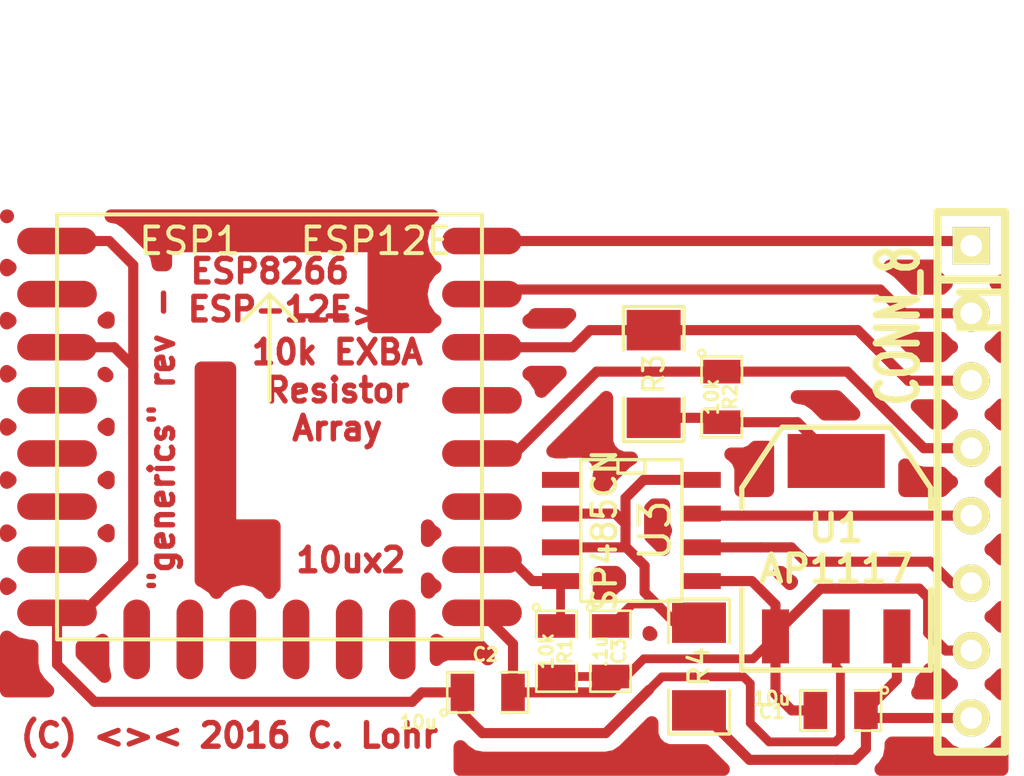
<source format=kicad_pcb>
(kicad_pcb (version 3) (host pcbnew "(2013-jul-07)-stable")

  (general
    (links 30)
    (no_connects 0)
    (area 0 0 0 0)
    (thickness 1.6)
    (drawings 5)
    (tracks 113)
    (zones 0)
    (modules 11)
    (nets 13)
  )

  (page User 139.7 139.7)
  (layers
    (15 F.Cu signal)
    (0 B.Cu signal)
    (16 B.Adhes user)
    (17 F.Adhes user)
    (18 B.Paste user)
    (19 F.Paste user)
    (20 B.SilkS user)
    (21 F.SilkS user)
    (22 B.Mask user)
    (23 F.Mask user)
    (24 Dwgs.User user)
    (25 Cmts.User user)
    (26 Eco1.User user)
    (27 Eco2.User user)
    (28 Edge.Cuts user)
  )

  (setup
    (last_trace_width 0.3302)
    (trace_clearance 0.3048)
    (zone_clearance 0.508)
    (zone_45_only no)
    (trace_min 0.254)
    (segment_width 0.2)
    (edge_width 0.15)
    (via_size 0.889)
    (via_drill 0.635)
    (via_min_size 0.889)
    (via_min_drill 0.508)
    (uvia_size 0.508)
    (uvia_drill 0.127)
    (uvias_allowed no)
    (uvia_min_size 0.508)
    (uvia_min_drill 0.127)
    (pcb_text_width 0.2032)
    (pcb_text_size 0.889 0.889)
    (mod_edge_width 0.15)
    (mod_text_size 1.5 1.5)
    (mod_text_width 0.15)
    (pad_size 1.524 1.524)
    (pad_drill 0.762)
    (pad_to_mask_clearance 0.2)
    (aux_axis_origin 0 0)
    (visible_elements FFFFFFBF)
    (pcbplotparams
      (layerselection 32768)
      (usegerberextensions false)
      (excludeedgelayer true)
      (linewidth 0.100000)
      (plotframeref false)
      (viasonmask false)
      (mode 1)
      (useauxorigin false)
      (hpglpennumber 1)
      (hpglpenspeed 20)
      (hpglpendiameter 15)
      (hpglpenoverlay 2)
      (psnegative false)
      (psa4output false)
      (plotreference true)
      (plotvalue true)
      (plotothertext true)
      (plotinvisibletext false)
      (padsonsilk false)
      (subtractmaskfromsilk false)
      (outputformat 2)
      (mirror false)
      (drillshape 1)
      (scaleselection 1)
      (outputdirectory ""))
  )

  (net 0 "")
  (net 1 +3.3V)
  (net 2 +5V)
  (net 3 GND)
  (net 4 N-0000010)
  (net 5 N-0000022)
  (net 6 N-0000024)
  (net 7 N-000003)
  (net 8 N-000004)
  (net 9 N-000006)
  (net 10 N-000007)
  (net 11 N-000008)
  (net 12 N-000009)

  (net_class Default "This is the default net class."
    (clearance 0.3048)
    (trace_width 0.3302)
    (via_dia 0.889)
    (via_drill 0.635)
    (uvia_dia 0.508)
    (uvia_drill 0.127)
    (add_net "")
    (add_net +3.3V)
    (add_net +5V)
    (add_net GND)
    (add_net N-0000010)
    (add_net N-0000022)
    (add_net N-0000024)
    (add_net N-000003)
    (add_net N-000004)
    (add_net N-000006)
    (add_net N-000007)
    (add_net N-000008)
    (add_net N-000009)
  )

  (module SM0805 (layer F.Cu) (tedit 56195079) (tstamp 56194CC7)
    (at 96.16948 60.01512 180)
    (path /56194F36)
    (attr smd)
    (fp_text reference C1 (at 2.5908 -0.0508 180) (layer F.SilkS)
      (effects (font (size 0.50038 0.50038) (thickness 0.10922)))
    )
    (fp_text value 10u (at 2.5908 0.4572 180) (layer F.SilkS)
      (effects (font (size 0.50038 0.50038) (thickness 0.10922)))
    )
    (fp_circle (center -1.651 0.762) (end -1.651 0.635) (layer F.SilkS) (width 0.09906))
    (fp_line (start -0.508 0.762) (end -1.524 0.762) (layer F.SilkS) (width 0.09906))
    (fp_line (start -1.524 0.762) (end -1.524 -0.762) (layer F.SilkS) (width 0.09906))
    (fp_line (start -1.524 -0.762) (end -0.508 -0.762) (layer F.SilkS) (width 0.09906))
    (fp_line (start 0.508 -0.762) (end 1.524 -0.762) (layer F.SilkS) (width 0.09906))
    (fp_line (start 1.524 -0.762) (end 1.524 0.762) (layer F.SilkS) (width 0.09906))
    (fp_line (start 1.524 0.762) (end 0.508 0.762) (layer F.SilkS) (width 0.09906))
    (pad 1 smd rect (at -0.9525 0 180) (size 0.889 1.397)
      (layers F.Cu F.Paste F.Mask)
      (net 2 +5V)
    )
    (pad 2 smd rect (at 0.9525 0 180) (size 0.889 1.397)
      (layers F.Cu F.Paste F.Mask)
      (net 3 GND)
    )
    (model smd/chip_cms.wrl
      (at (xyz 0 0 0))
      (scale (xyz 0.1 0.1 0.1))
      (rotate (xyz 0 0 0))
    )
  )

  (module SM0805 (layer F.Cu) (tedit 56195074) (tstamp 56194CD4)
    (at 82.8802 59.3344)
    (path /56194F45)
    (attr smd)
    (fp_text reference C2 (at -0.0762 -1.4224) (layer F.SilkS)
      (effects (font (size 0.50038 0.50038) (thickness 0.10922)))
    )
    (fp_text value 10u (at -2.6162 1.1176) (layer F.SilkS)
      (effects (font (size 0.50038 0.50038) (thickness 0.10922)))
    )
    (fp_circle (center -1.651 0.762) (end -1.651 0.635) (layer F.SilkS) (width 0.09906))
    (fp_line (start -0.508 0.762) (end -1.524 0.762) (layer F.SilkS) (width 0.09906))
    (fp_line (start -1.524 0.762) (end -1.524 -0.762) (layer F.SilkS) (width 0.09906))
    (fp_line (start -1.524 -0.762) (end -0.508 -0.762) (layer F.SilkS) (width 0.09906))
    (fp_line (start 0.508 -0.762) (end 1.524 -0.762) (layer F.SilkS) (width 0.09906))
    (fp_line (start 1.524 -0.762) (end 1.524 0.762) (layer F.SilkS) (width 0.09906))
    (fp_line (start 1.524 0.762) (end 0.508 0.762) (layer F.SilkS) (width 0.09906))
    (pad 1 smd rect (at -0.9525 0) (size 0.889 1.397)
      (layers F.Cu F.Paste F.Mask)
      (net 1 +3.3V)
    )
    (pad 2 smd rect (at 0.9525 0) (size 0.889 1.397)
      (layers F.Cu F.Paste F.Mask)
      (net 3 GND)
    )
    (model smd/chip_cms.wrl
      (at (xyz 0 0 0))
      (scale (xyz 0.1 0.1 0.1))
      (rotate (xyz 0 0 0))
    )
  )

  (module SIL-8 (layer F.Cu) (tedit 5760AB67) (tstamp 56194CE5)
    (at 101.08692 51.4096 270)
    (descr "Connecteur 8 pins")
    (tags "CONN DEV")
    (path /56194CDB)
    (fp_text reference P1 (at -6.604 -0.508 270) (layer F.SilkS)
      (effects (font (size 1.72974 1.08712) (thickness 0.3048)))
    )
    (fp_text value CONN_8 (at -5.8801 2.75082 270) (layer F.SilkS)
      (effects (font (size 1.524 1.016) (thickness 0.3048)))
    )
    (fp_line (start -10.16 -1.27) (end 10.16 -1.27) (layer F.SilkS) (width 0.3048))
    (fp_line (start 10.16 -1.27) (end 10.16 1.27) (layer F.SilkS) (width 0.3048))
    (fp_line (start 10.16 1.27) (end -10.16 1.27) (layer F.SilkS) (width 0.3048))
    (fp_line (start -10.16 1.27) (end -10.16 -1.27) (layer F.SilkS) (width 0.3048))
    (fp_line (start -7.62 1.27) (end -7.62 -1.27) (layer F.SilkS) (width 0.3048))
    (pad 1 thru_hole rect (at -8.89 0 270) (size 1.397 1.397) (drill 0.8128)
      (layers *.Cu *.Mask F.SilkS)
      (net 6 N-0000024)
    )
    (pad 2 thru_hole circle (at -6.35 0 270) (size 1.397 1.397) (drill 0.8128)
      (layers *.Cu *.Mask F.SilkS)
      (net 5 N-0000022)
    )
    (pad 3 thru_hole circle (at -3.81 0 270) (size 1.397 1.397) (drill 0.8128)
      (layers *.Cu *.Mask F.SilkS)
      (net 10 N-000007)
    )
    (pad 4 thru_hole circle (at -1.27 0 270) (size 1.397 1.397) (drill 0.8128)
      (layers *.Cu *.Mask F.SilkS)
      (net 4 N-0000010)
    )
    (pad 5 thru_hole circle (at 1.27 0 270) (size 1.397 1.397) (drill 0.8128)
      (layers *.Cu *.Mask F.SilkS)
      (net 7 N-000003)
    )
    (pad 6 thru_hole circle (at 3.81 0 270) (size 1.397 1.397) (drill 0.8128)
      (layers *.Cu *.Mask F.SilkS)
      (net 12 N-000009)
    )
    (pad 7 thru_hole circle (at 6.35 0 270) (size 1.397 1.397) (drill 0.8128)
      (layers *.Cu *.Mask F.SilkS)
      (net 3 GND)
    )
    (pad 8 thru_hole circle (at 8.89 0 270) (size 1.397 1.397) (drill 0.8128)
      (layers *.Cu *.Mask F.SilkS)
      (net 2 +5V)
    )
  )

  (module ESP12E (layer F.Cu) (tedit 560D9068) (tstamp 56194D17)
    (at 74.6633 45.339)
    (path /5619493D)
    (fp_text reference ESP1 (at -3 -3) (layer F.SilkS)
      (effects (font (size 1 1) (thickness 0.15)))
    )
    (fp_text value ESP12E (at 4 -3) (layer F.SilkS)
      (effects (font (size 1 1) (thickness 0.15)))
    )
    (fp_line (start 0 -1) (end -1 0) (layer F.SilkS) (width 0.15))
    (fp_line (start 0 -1) (end 1 0) (layer F.SilkS) (width 0.15))
    (fp_line (start 0 -1) (end 0 3) (layer F.SilkS) (width 0.15))
    (fp_line (start -8 12) (end -8 -4) (layer F.SilkS) (width 0.15))
    (fp_line (start -8 -4) (end 8 -4) (layer F.SilkS) (width 0.15))
    (fp_line (start 8 -4) (end 8 12) (layer F.SilkS) (width 0.15))
    (fp_line (start 8 -12) (end -8 -12) (layer Dwgs.User) (width 0.15))
    (fp_line (start -8 -12) (end -8 12) (layer Dwgs.User) (width 0.15))
    (fp_line (start -8 12) (end 8 12) (layer F.SilkS) (width 0.15))
    (fp_line (start 8 12) (end 8 -12) (layer Dwgs.User) (width 0.15))
    (pad 1 smd oval (at -8 -3) (size 3 1)
      (layers F.Cu F.Paste F.Mask)
      (net 1 +3.3V)
    )
    (pad 2 smd oval (at -8 -1) (size 3 1)
      (layers F.Cu F.Paste F.Mask)
    )
    (pad 3 smd oval (at -8 1) (size 3 1)
      (layers F.Cu F.Paste F.Mask)
      (net 1 +3.3V)
    )
    (pad 4 smd oval (at -8 3) (size 3 1)
      (layers F.Cu F.Paste F.Mask)
    )
    (pad 5 smd oval (at -8 5) (size 3 1)
      (layers F.Cu F.Paste F.Mask)
    )
    (pad 6 smd oval (at -8 7) (size 3 1)
      (layers F.Cu F.Paste F.Mask)
    )
    (pad 7 smd oval (at -8 9) (size 3 1)
      (layers F.Cu F.Paste F.Mask)
    )
    (pad 8 smd oval (at -8 11) (size 3 1)
      (layers F.Cu F.Paste F.Mask)
      (net 1 +3.3V)
    )
    (pad 9 smd oval (at -5 12 90) (size 3 1)
      (layers F.Cu F.Paste F.Mask)
    )
    (pad 10 smd oval (at -3 12 90) (size 3 1)
      (layers F.Cu F.Paste F.Mask)
    )
    (pad 11 smd oval (at -1 12 90) (size 3 1)
      (layers F.Cu F.Paste F.Mask)
    )
    (pad 12 smd oval (at 1 12 90) (size 3 1)
      (layers F.Cu F.Paste F.Mask)
    )
    (pad 13 smd oval (at 3 12 90) (size 3 1)
      (layers F.Cu F.Paste F.Mask)
    )
    (pad 14 smd oval (at 5 12 90) (size 3 1)
      (layers F.Cu F.Paste F.Mask)
    )
    (pad 15 smd oval (at 8 11 180) (size 3 1)
      (layers F.Cu F.Paste F.Mask)
      (net 3 GND)
    )
    (pad 16 smd oval (at 8 9 180) (size 3 1)
      (layers F.Cu F.Paste F.Mask)
      (net 8 N-000004)
    )
    (pad 17 smd oval (at 8 7 180) (size 3 1)
      (layers F.Cu F.Paste F.Mask)
    )
    (pad 18 smd oval (at 8 5 180) (size 3 1)
      (layers F.Cu F.Paste F.Mask)
      (net 4 N-0000010)
    )
    (pad 19 smd oval (at 8 3 180) (size 3 1)
      (layers F.Cu F.Paste F.Mask)
    )
    (pad 20 smd oval (at 8 1 180) (size 3 1)
      (layers F.Cu F.Paste F.Mask)
      (net 10 N-000007)
    )
    (pad 21 smd oval (at 8 -1 180) (size 3 1)
      (layers F.Cu F.Paste F.Mask)
      (net 5 N-0000022)
    )
    (pad 22 smd oval (at 8 -3 180) (size 3 1)
      (layers F.Cu F.Paste F.Mask)
      (net 6 N-0000024)
    )
  )

  (module SOT223 (layer F.Cu) (tedit 200000) (tstamp 561976D8)
    (at 96.00184 53.9242)
    (descr "module CMS SOT223 4 pins")
    (tags "CMS SOT")
    (path /5619494C)
    (attr smd)
    (fp_text reference U1 (at 0 -0.762) (layer F.SilkS)
      (effects (font (size 1.016 1.016) (thickness 0.2032)))
    )
    (fp_text value AP1117 (at 0 0.762) (layer F.SilkS)
      (effects (font (size 1.016 1.016) (thickness 0.2032)))
    )
    (fp_line (start -3.556 1.524) (end -3.556 4.572) (layer F.SilkS) (width 0.2032))
    (fp_line (start -3.556 4.572) (end 3.556 4.572) (layer F.SilkS) (width 0.2032))
    (fp_line (start 3.556 4.572) (end 3.556 1.524) (layer F.SilkS) (width 0.2032))
    (fp_line (start -3.556 -1.524) (end -3.556 -2.286) (layer F.SilkS) (width 0.2032))
    (fp_line (start -3.556 -2.286) (end -2.032 -4.572) (layer F.SilkS) (width 0.2032))
    (fp_line (start -2.032 -4.572) (end 2.032 -4.572) (layer F.SilkS) (width 0.2032))
    (fp_line (start 2.032 -4.572) (end 3.556 -2.286) (layer F.SilkS) (width 0.2032))
    (fp_line (start 3.556 -2.286) (end 3.556 -1.524) (layer F.SilkS) (width 0.2032))
    (pad 4 smd rect (at 0 -3.302) (size 3.6576 2.032)
      (layers F.Cu F.Paste F.Mask)
      (net 11 N-000008)
    )
    (pad 2 smd rect (at 0 3.302) (size 1.016 2.032)
      (layers F.Cu F.Paste F.Mask)
      (net 1 +3.3V)
    )
    (pad 3 smd rect (at 2.286 3.302) (size 1.016 2.032)
      (layers F.Cu F.Paste F.Mask)
      (net 2 +5V)
    )
    (pad 1 smd rect (at -2.286 3.302) (size 1.016 2.032)
      (layers F.Cu F.Paste F.Mask)
      (net 3 GND)
    )
    (model smd/SOT223.wrl
      (at (xyz 0 0 0))
      (scale (xyz 0.4 0.4 0.4))
      (rotate (xyz 0 0 0))
    )
  )

  (module SO8E (layer F.Cu) (tedit 4F33A5C7) (tstamp 5760A9D8)
    (at 88.2904 53.2384 270)
    (descr "module CMS SOJ 8 pins etroit")
    (tags "CMS SOJ")
    (path /5760A92F)
    (attr smd)
    (fp_text reference U3 (at 0 -0.889 270) (layer F.SilkS)
      (effects (font (size 1.143 1.143) (thickness 0.1524)))
    )
    (fp_text value SP485CN (at 0 1.016 270) (layer F.SilkS)
      (effects (font (size 0.889 0.889) (thickness 0.1524)))
    )
    (fp_line (start -2.667 1.778) (end -2.667 1.905) (layer F.SilkS) (width 0.127))
    (fp_line (start -2.667 1.905) (end 2.667 1.905) (layer F.SilkS) (width 0.127))
    (fp_line (start 2.667 -1.905) (end -2.667 -1.905) (layer F.SilkS) (width 0.127))
    (fp_line (start -2.667 -1.905) (end -2.667 1.778) (layer F.SilkS) (width 0.127))
    (fp_line (start -2.667 -0.508) (end -2.159 -0.508) (layer F.SilkS) (width 0.127))
    (fp_line (start -2.159 -0.508) (end -2.159 0.508) (layer F.SilkS) (width 0.127))
    (fp_line (start -2.159 0.508) (end -2.667 0.508) (layer F.SilkS) (width 0.127))
    (fp_line (start 2.667 -1.905) (end 2.667 1.905) (layer F.SilkS) (width 0.127))
    (pad 8 smd rect (at -1.905 -2.667 270) (size 0.59944 1.39954)
      (layers F.Cu F.Paste F.Mask)
      (net 9 N-000006)
    )
    (pad 1 smd rect (at -1.905 2.667 270) (size 0.59944 1.39954)
      (layers F.Cu F.Paste F.Mask)
    )
    (pad 7 smd rect (at -0.635 -2.667 270) (size 0.59944 1.39954)
      (layers F.Cu F.Paste F.Mask)
      (net 7 N-000003)
    )
    (pad 6 smd rect (at 0.635 -2.667 270) (size 0.59944 1.39954)
      (layers F.Cu F.Paste F.Mask)
      (net 12 N-000009)
    )
    (pad 5 smd rect (at 1.905 -2.667 270) (size 0.59944 1.39954)
      (layers F.Cu F.Paste F.Mask)
      (net 3 GND)
    )
    (pad 2 smd rect (at -0.635 2.667 270) (size 0.59944 1.39954)
      (layers F.Cu F.Paste F.Mask)
      (net 9 N-000006)
    )
    (pad 3 smd rect (at 0.635 2.667 270) (size 0.59944 1.39954)
      (layers F.Cu F.Paste F.Mask)
      (net 9 N-000006)
    )
    (pad 4 smd rect (at 1.905 2.667 270) (size 0.59944 1.39954)
      (layers F.Cu F.Paste F.Mask)
      (net 8 N-000004)
    )
    (model smd/cms_so8.wrl
      (at (xyz 0 0 0))
      (scale (xyz 0.5 0.32 0.5))
      (rotate (xyz 0 0 0))
    )
  )

  (module SM0805 (layer F.Cu) (tedit 5091495C) (tstamp 5760A9E5)
    (at 85.471 57.785 270)
    (path /5760AB2B)
    (attr smd)
    (fp_text reference R1 (at 0 -0.3175 270) (layer F.SilkS)
      (effects (font (size 0.50038 0.50038) (thickness 0.10922)))
    )
    (fp_text value 10k (at 0 0.381 270) (layer F.SilkS)
      (effects (font (size 0.50038 0.50038) (thickness 0.10922)))
    )
    (fp_circle (center -1.651 0.762) (end -1.651 0.635) (layer F.SilkS) (width 0.09906))
    (fp_line (start -0.508 0.762) (end -1.524 0.762) (layer F.SilkS) (width 0.09906))
    (fp_line (start -1.524 0.762) (end -1.524 -0.762) (layer F.SilkS) (width 0.09906))
    (fp_line (start -1.524 -0.762) (end -0.508 -0.762) (layer F.SilkS) (width 0.09906))
    (fp_line (start 0.508 -0.762) (end 1.524 -0.762) (layer F.SilkS) (width 0.09906))
    (fp_line (start 1.524 -0.762) (end 1.524 0.762) (layer F.SilkS) (width 0.09906))
    (fp_line (start 1.524 0.762) (end 0.508 0.762) (layer F.SilkS) (width 0.09906))
    (pad 1 smd rect (at -0.9525 0 270) (size 0.889 1.397)
      (layers F.Cu F.Paste F.Mask)
      (net 8 N-000004)
    )
    (pad 2 smd rect (at 0.9525 0 270) (size 0.889 1.397)
      (layers F.Cu F.Paste F.Mask)
      (net 3 GND)
    )
    (model smd/chip_cms.wrl
      (at (xyz 0 0 0))
      (scale (xyz 0.1 0.1 0.1))
      (rotate (xyz 0 0 0))
    )
  )

  (module SM1206 (layer F.Cu) (tedit 42806E24) (tstamp 5760AADD)
    (at 89.1286 47.3456 270)
    (path /5760AD77)
    (attr smd)
    (fp_text reference R3 (at 0 0 270) (layer F.SilkS)
      (effects (font (size 0.762 0.762) (thickness 0.127)))
    )
    (fp_text value 10k (at 0 0 270) (layer F.SilkS) hide
      (effects (font (size 0.762 0.762) (thickness 0.127)))
    )
    (fp_line (start -2.54 -1.143) (end -2.54 1.143) (layer F.SilkS) (width 0.127))
    (fp_line (start -2.54 1.143) (end -0.889 1.143) (layer F.SilkS) (width 0.127))
    (fp_line (start 0.889 -1.143) (end 2.54 -1.143) (layer F.SilkS) (width 0.127))
    (fp_line (start 2.54 -1.143) (end 2.54 1.143) (layer F.SilkS) (width 0.127))
    (fp_line (start 2.54 1.143) (end 0.889 1.143) (layer F.SilkS) (width 0.127))
    (fp_line (start -0.889 -1.143) (end -2.54 -1.143) (layer F.SilkS) (width 0.127))
    (pad 1 smd rect (at -1.651 0 270) (size 1.524 2.032)
      (layers F.Cu F.Paste F.Mask)
      (net 10 N-000007)
    )
    (pad 2 smd rect (at 1.651 0 270) (size 1.524 2.032)
      (layers F.Cu F.Paste F.Mask)
      (net 11 N-000008)
    )
    (model smd/chip_cms.wrl
      (at (xyz 0 0 0))
      (scale (xyz 0.17 0.16 0.16))
      (rotate (xyz 0 0 0))
    )
  )

  (module SM0805 (layer F.Cu) (tedit 5091495C) (tstamp 5760AAEA)
    (at 91.694 48.2092 270)
    (path /5760AD60)
    (attr smd)
    (fp_text reference R2 (at 0 -0.3175 270) (layer F.SilkS)
      (effects (font (size 0.50038 0.50038) (thickness 0.10922)))
    )
    (fp_text value 10k (at 0 0.381 270) (layer F.SilkS)
      (effects (font (size 0.50038 0.50038) (thickness 0.10922)))
    )
    (fp_circle (center -1.651 0.762) (end -1.651 0.635) (layer F.SilkS) (width 0.09906))
    (fp_line (start -0.508 0.762) (end -1.524 0.762) (layer F.SilkS) (width 0.09906))
    (fp_line (start -1.524 0.762) (end -1.524 -0.762) (layer F.SilkS) (width 0.09906))
    (fp_line (start -1.524 -0.762) (end -0.508 -0.762) (layer F.SilkS) (width 0.09906))
    (fp_line (start 0.508 -0.762) (end 1.524 -0.762) (layer F.SilkS) (width 0.09906))
    (fp_line (start 1.524 -0.762) (end 1.524 0.762) (layer F.SilkS) (width 0.09906))
    (fp_line (start 1.524 0.762) (end 0.508 0.762) (layer F.SilkS) (width 0.09906))
    (pad 1 smd rect (at -0.9525 0 270) (size 0.889 1.397)
      (layers F.Cu F.Paste F.Mask)
      (net 4 N-0000010)
    )
    (pad 2 smd rect (at 0.9525 0 270) (size 0.889 1.397)
      (layers F.Cu F.Paste F.Mask)
      (net 11 N-000008)
    )
    (model smd/chip_cms.wrl
      (at (xyz 0 0 0))
      (scale (xyz 0.1 0.1 0.1))
      (rotate (xyz 0 0 0))
    )
  )

  (module SM1206 (layer F.Cu) (tedit 42806E24) (tstamp 5760AB38)
    (at 90.83548 58.36158 90)
    (path /5760AF46)
    (attr smd)
    (fp_text reference R4 (at 0 0 90) (layer F.SilkS)
      (effects (font (size 0.762 0.762) (thickness 0.127)))
    )
    (fp_text value 0 (at 0 0 90) (layer F.SilkS) hide
      (effects (font (size 0.762 0.762) (thickness 0.127)))
    )
    (fp_line (start -2.54 -1.143) (end -2.54 1.143) (layer F.SilkS) (width 0.127))
    (fp_line (start -2.54 1.143) (end -0.889 1.143) (layer F.SilkS) (width 0.127))
    (fp_line (start 0.889 -1.143) (end 2.54 -1.143) (layer F.SilkS) (width 0.127))
    (fp_line (start 2.54 -1.143) (end 2.54 1.143) (layer F.SilkS) (width 0.127))
    (fp_line (start 2.54 1.143) (end 0.889 1.143) (layer F.SilkS) (width 0.127))
    (fp_line (start -0.889 -1.143) (end -2.54 -1.143) (layer F.SilkS) (width 0.127))
    (pad 1 smd rect (at -1.651 0 90) (size 1.524 2.032)
      (layers F.Cu F.Paste F.Mask)
      (net 2 +5V)
    )
    (pad 2 smd rect (at 1.651 0 90) (size 1.524 2.032)
      (layers F.Cu F.Paste F.Mask)
      (net 9 N-000006)
    )
    (model smd/chip_cms.wrl
      (at (xyz 0 0 0))
      (scale (xyz 0.17 0.16 0.16))
      (rotate (xyz 0 0 0))
    )
  )

  (module SM0805 (layer F.Cu) (tedit 5091495C) (tstamp 5760C672)
    (at 87.503 57.785 270)
    (path /5760C654)
    (attr smd)
    (fp_text reference C3 (at 0 -0.3175 270) (layer F.SilkS)
      (effects (font (size 0.50038 0.50038) (thickness 0.10922)))
    )
    (fp_text value .1u (at 0 0.381 270) (layer F.SilkS)
      (effects (font (size 0.50038 0.50038) (thickness 0.10922)))
    )
    (fp_circle (center -1.651 0.762) (end -1.651 0.635) (layer F.SilkS) (width 0.09906))
    (fp_line (start -0.508 0.762) (end -1.524 0.762) (layer F.SilkS) (width 0.09906))
    (fp_line (start -1.524 0.762) (end -1.524 -0.762) (layer F.SilkS) (width 0.09906))
    (fp_line (start -1.524 -0.762) (end -0.508 -0.762) (layer F.SilkS) (width 0.09906))
    (fp_line (start 0.508 -0.762) (end 1.524 -0.762) (layer F.SilkS) (width 0.09906))
    (fp_line (start 1.524 -0.762) (end 1.524 0.762) (layer F.SilkS) (width 0.09906))
    (fp_line (start 1.524 0.762) (end 0.508 0.762) (layer F.SilkS) (width 0.09906))
    (pad 1 smd rect (at -0.9525 0 270) (size 0.889 1.397)
      (layers F.Cu F.Paste F.Mask)
      (net 9 N-000006)
    )
    (pad 2 smd rect (at 0.9525 0 270) (size 0.889 1.397)
      (layers F.Cu F.Paste F.Mask)
      (net 3 GND)
    )
    (model smd/chip_cms.wrl
      (at (xyz 0 0 0))
      (scale (xyz 0.1 0.1 0.1))
      (rotate (xyz 0 0 0))
    )
  )

  (gr_text "\"generics\" rev -" (at 70.612 49.784 90) (layer F.Cu)
    (effects (font (size 0.889 0.889) (thickness 0.2032)))
  )
  (gr_text "(C) <>< 2016 C. Lohr" (at 73.152 60.96) (layer F.Cu)
    (effects (font (size 0.889 0.889) (thickness 0.2032)))
  )
  (gr_text 10ux2 (at 77.724 54.356) (layer F.Cu)
    (effects (font (size 0.889 0.889) (thickness 0.2032)))
  )
  (gr_text "-->\n10k EXBA\nResistor\nArray" (at 77.216 47.244) (layer F.Cu)
    (effects (font (size 0.889 0.889) (thickness 0.2032)))
  )
  (gr_text "ESP8266\nESP-12E" (at 74.676 44.196) (layer F.Cu)
    (effects (font (size 0.889 0.889) (thickness 0.2032)))
  )

  (segment (start 96.00184 57.2262) (end 96.00184 58.37428) (width 0.3302) (layer F.Cu) (net 1))
  (segment (start 87.3252 60.86856) (end 88.95588 59.23788) (width 0.381) (layer F.Cu) (net 1) (tstamp 5760AC20))
  (segment (start 87.3252 60.86856) (end 82.677 60.86856) (width 0.381) (layer F.Cu) (net 1))
  (segment (start 89.44356 58.7502) (end 88.95588 59.23788) (width 0.3302) (layer F.Cu) (net 1) (tstamp 5760ACCD))
  (segment (start 92.51442 58.7502) (end 89.44356 58.7502) (width 0.3302) (layer F.Cu) (net 1) (tstamp 5760ACC9))
  (segment (start 92.76588 59.00166) (end 92.51442 58.7502) (width 0.3302) (layer F.Cu) (net 1) (tstamp 5760ACC8))
  (segment (start 92.76588 60.48756) (end 92.76588 59.00166) (width 0.3302) (layer F.Cu) (net 1) (tstamp 5760ACC7))
  (segment (start 93.47708 61.19876) (end 92.76588 60.48756) (width 0.3302) (layer F.Cu) (net 1) (tstamp 5760ACC5))
  (segment (start 95.971358 61.19876) (end 93.47708 61.19876) (width 0.3302) (layer F.Cu) (net 1) (tstamp 5760ACC3))
  (segment (start 96.16186 61.008258) (end 95.971358 61.19876) (width 0.3302) (layer F.Cu) (net 1) (tstamp 5760ACC2))
  (segment (start 96.16186 58.5343) (end 96.16186 61.008258) (width 0.3302) (layer F.Cu) (net 1) (tstamp 5760ACC0))
  (segment (start 96.00184 58.37428) (end 96.16186 58.5343) (width 0.3302) (layer F.Cu) (net 1) (tstamp 5760ACBF))
  (segment (start 81.9277 60.11926) (end 82.677 60.86856) (width 0.381) (layer F.Cu) (net 1) (tstamp 56197979))
  (segment (start 82.677 60.86856) (end 82.59318 60.78474) (width 0.381) (layer F.Cu) (net 1) (tstamp 5760AC1E))
  (segment (start 81.9277 59.3344) (end 81.9277 60.11926) (width 0.381) (layer F.Cu) (net 1))
  (segment (start 81.9277 59.3344) (end 80.391 59.3344) (width 0.381) (layer F.Cu) (net 1))
  (segment (start 66.6633 58.2813) (end 66.6633 56.339) (width 0.381) (layer F.Cu) (net 1) (tstamp 56197976))
  (segment (start 68.072 59.69) (end 66.6633 58.2813) (width 0.381) (layer F.Cu) (net 1) (tstamp 56197975))
  (segment (start 80.0354 59.69) (end 68.072 59.69) (width 0.381) (layer F.Cu) (net 1) (tstamp 56197974))
  (segment (start 80.391 59.3344) (end 80.0354 59.69) (width 0.381) (layer F.Cu) (net 1) (tstamp 56197973))
  (segment (start 66.6633 42.339) (end 68.628 42.339) (width 0.381) (layer F.Cu) (net 1))
  (segment (start 69.5325 43.2435) (end 69.5325 47.0535) (width 0.381) (layer F.Cu) (net 1) (tstamp 56197853))
  (segment (start 68.628 42.339) (end 69.5325 43.2435) (width 0.381) (layer F.Cu) (net 1) (tstamp 56197852))
  (segment (start 66.6633 56.339) (end 67.6384 56.339) (width 0.381) (layer F.Cu) (net 1))
  (segment (start 68.818 46.339) (end 66.6633 46.339) (width 0.381) (layer F.Cu) (net 1) (tstamp 5619784F))
  (segment (start 69.5325 47.0535) (end 68.818 46.339) (width 0.381) (layer F.Cu) (net 1) (tstamp 5619784E))
  (segment (start 69.5325 54.4449) (end 69.5325 47.0535) (width 0.381) (layer F.Cu) (net 1) (tstamp 5619784C))
  (segment (start 67.6384 56.339) (end 69.5325 54.4449) (width 0.381) (layer F.Cu) (net 1) (tstamp 5619784B))
  (segment (start 101.08692 60.2996) (end 97.40646 60.2996) (width 0.381) (layer F.Cu) (net 2))
  (segment (start 97.40646 60.2996) (end 97.12198 60.01512) (width 0.381) (layer F.Cu) (net 2) (tstamp 5760AC85))
  (segment (start 96.012 61.8744) (end 96.70542 61.8744) (width 0.381) (layer F.Cu) (net 2))
  (segment (start 97.12198 60.81522) (end 97.12198 60.01512) (width 0.381) (layer F.Cu) (net 2))
  (segment (start 97.12198 61.45784) (end 97.12198 60.81522) (width 0.381) (layer F.Cu) (net 2) (tstamp 5760AC7E))
  (segment (start 96.70542 61.8744) (end 97.12198 61.45784) (width 0.381) (layer F.Cu) (net 2) (tstamp 5760AC7D))
  (segment (start 92.7354 61.8744) (end 90.96248 60.10148) (width 0.381) (layer F.Cu) (net 2) (tstamp 5760ABD2))
  (segment (start 96.0628 61.8744) (end 96.012 61.8744) (width 0.381) (layer F.Cu) (net 2) (tstamp 5760ABD1))
  (segment (start 96.012 61.8744) (end 92.7354 61.8744) (width 0.381) (layer F.Cu) (net 2) (tstamp 5760AC7B))
  (segment (start 98.28784 57.2262) (end 98.28784 58.84926) (width 0.381) (layer F.Cu) (net 2))
  (segment (start 98.28784 58.84926) (end 97.12198 60.01512) (width 0.381) (layer F.Cu) (net 2) (tstamp 5760ABCD))
  (segment (start 87.503 58.7375) (end 85.471 58.7375) (width 0.3302) (layer F.Cu) (net 3))
  (segment (start 87.97544 58.8518) (end 88.75776 58.06948) (width 0.3302) (layer F.Cu) (net 3))
  (segment (start 87.49284 59.3344) (end 87.97544 58.8518) (width 0.381) (layer F.Cu) (net 3) (tstamp 5760AC29))
  (segment (start 83.8327 59.3344) (end 87.49284 59.3344) (width 0.381) (layer F.Cu) (net 3))
  (segment (start 92.87256 58.06948) (end 93.71584 57.2262) (width 0.3302) (layer F.Cu) (net 3) (tstamp 5760C5FD))
  (segment (start 88.75776 58.06948) (end 92.87256 58.06948) (width 0.3302) (layer F.Cu) (net 3) (tstamp 5760C5F9))
  (segment (start 101.08692 57.7596) (end 100.13188 57.7596) (width 0.381) (layer F.Cu) (net 3))
  (segment (start 100.13188 57.7596) (end 99.46386 57.09158) (width 0.381) (layer F.Cu) (net 3) (tstamp 5760AC89))
  (segment (start 99.46386 57.09158) (end 99.46386 55.7657) (width 0.381) (layer F.Cu) (net 3) (tstamp 5760AC8C))
  (segment (start 99.46386 55.7657) (end 99.12604 55.42788) (width 0.381) (layer F.Cu) (net 3) (tstamp 5760AC8D))
  (segment (start 99.12604 55.42788) (end 95.41002 55.42788) (width 0.381) (layer F.Cu) (net 3) (tstamp 5760AC8E))
  (segment (start 95.41002 55.42788) (end 93.71584 57.12206) (width 0.381) (layer F.Cu) (net 3) (tstamp 5760AC91))
  (segment (start 93.71584 57.12206) (end 93.71584 57.2262) (width 0.381) (layer F.Cu) (net 3) (tstamp 5760AC98))
  (segment (start 95.21698 60.01512) (end 94.33052 60.01512) (width 0.381) (layer F.Cu) (net 3))
  (segment (start 94.33052 60.01512) (end 93.71584 59.40044) (width 0.381) (layer F.Cu) (net 3) (tstamp 5760AC06))
  (segment (start 93.71584 59.40044) (end 93.71584 57.2262) (width 0.381) (layer F.Cu) (net 3) (tstamp 5760AC07))
  (segment (start 93.71584 57.2262) (end 93.71584 56.0324) (width 0.381) (layer F.Cu) (net 3))
  (segment (start 93.71584 56.0324) (end 92.82684 55.1434) (width 0.381) (layer F.Cu) (net 3) (tstamp 5760AC01))
  (segment (start 92.82684 55.1434) (end 90.9574 55.1434) (width 0.381) (layer F.Cu) (net 3) (tstamp 5760AC02))
  (segment (start 83.8327 59.3344) (end 83.8327 57.5084) (width 0.381) (layer F.Cu) (net 3))
  (segment (start 83.8327 57.5084) (end 82.6633 56.339) (width 0.381) (layer F.Cu) (net 3) (tstamp 56197969))
  (segment (start 101.08692 50.1396) (end 99.3013 50.1396) (width 0.381) (layer F.Cu) (net 4))
  (segment (start 96.4184 47.2567) (end 91.694 47.2567) (width 0.381) (layer F.Cu) (net 4) (tstamp 5760AC5F))
  (segment (start 99.3013 50.1396) (end 96.4184 47.2567) (width 0.381) (layer F.Cu) (net 4) (tstamp 5760AC5E))
  (segment (start 91.694 47.2567) (end 86.9823 47.2567) (width 0.381) (layer F.Cu) (net 4))
  (segment (start 83.9 50.339) (end 82.6633 50.339) (width 0.381) (layer F.Cu) (net 4) (tstamp 5760ABF0))
  (segment (start 86.9823 47.2567) (end 83.9 50.339) (width 0.381) (layer F.Cu) (net 4) (tstamp 5760ABEF))
  (segment (start 83.1888 50.339) (end 82.6633 50.339) (width 0.381) (layer F.Cu) (net 4) (tstamp 561978F9))
  (segment (start 101.08692 45.0596) (end 98.552 45.0596) (width 0.381) (layer F.Cu) (net 5))
  (segment (start 82.83678 44.16552) (end 82.6633 44.339) (width 0.381) (layer F.Cu) (net 5) (tstamp 5760AC71))
  (segment (start 97.65792 44.16552) (end 82.83678 44.16552) (width 0.381) (layer F.Cu) (net 5) (tstamp 5760AC6F))
  (segment (start 98.552 45.0596) (end 97.65792 44.16552) (width 0.381) (layer F.Cu) (net 5) (tstamp 5760AC6E))
  (segment (start 82.6633 42.339) (end 100.90632 42.339) (width 0.381) (layer F.Cu) (net 6))
  (segment (start 100.90632 42.339) (end 101.08692 42.5196) (width 0.381) (layer F.Cu) (net 6) (tstamp 5760AC74))
  (segment (start 82.79512 42.20718) (end 82.6633 42.339) (width 0.381) (layer F.Cu) (net 6) (tstamp 561978D0))
  (segment (start 101.08692 52.6796) (end 91.0336 52.6796) (width 0.381) (layer F.Cu) (net 7))
  (segment (start 91.0336 52.6796) (end 90.9574 52.6034) (width 0.381) (layer F.Cu) (net 7) (tstamp 5760AC54))
  (segment (start 85.471 56.8325) (end 85.6234 56.6801) (width 0.3302) (layer F.Cu) (net 8))
  (segment (start 85.6234 56.6801) (end 85.6234 55.1434) (width 0.3302) (layer F.Cu) (net 8) (tstamp 5760C646))
  (segment (start 85.6234 55.1434) (end 84.5566 55.1434) (width 0.381) (layer F.Cu) (net 8))
  (segment (start 83.7522 54.339) (end 82.6633 54.339) (width 0.381) (layer F.Cu) (net 8) (tstamp 5760AC39))
  (segment (start 84.5566 55.1434) (end 83.7522 54.339) (width 0.381) (layer F.Cu) (net 8) (tstamp 5760AC37))
  (segment (start 87.503 56.8325) (end 88.3285 56.007) (width 0.3302) (layer F.Cu) (net 9))
  (segment (start 88.3285 56.007) (end 89.2302 56.007) (width 0.3302) (layer F.Cu) (net 9) (tstamp 5760C682))
  (segment (start 88.06942 52.98948) (end 88.06942 52.01666) (width 0.381) (layer F.Cu) (net 9))
  (segment (start 88.75268 51.3334) (end 90.9574 51.3334) (width 0.381) (layer F.Cu) (net 9) (tstamp 5760ABE6))
  (segment (start 88.06942 52.01666) (end 88.75268 51.3334) (width 0.381) (layer F.Cu) (net 9) (tstamp 5760ABE5))
  (segment (start 85.6234 52.6034) (end 87.68334 52.6034) (width 0.381) (layer F.Cu) (net 9))
  (segment (start 88.06942 52.98948) (end 88.06942 53.8734) (width 0.381) (layer F.Cu) (net 9) (tstamp 5760ABE0))
  (segment (start 87.68334 52.6034) (end 88.06942 52.98948) (width 0.381) (layer F.Cu) (net 9) (tstamp 5760ABDF))
  (segment (start 90.96248 56.67248) (end 89.89568 56.67248) (width 0.381) (layer F.Cu) (net 9))
  (segment (start 88.09482 53.8734) (end 88.06942 53.8734) (width 0.381) (layer F.Cu) (net 9) (tstamp 5760ABDC))
  (segment (start 88.06942 53.8734) (end 85.6234 53.8734) (width 0.381) (layer F.Cu) (net 9) (tstamp 5760ABE3))
  (segment (start 88.78824 54.56682) (end 88.09482 53.8734) (width 0.381) (layer F.Cu) (net 9) (tstamp 5760ABDB))
  (segment (start 88.78824 55.56504) (end 88.78824 54.56682) (width 0.381) (layer F.Cu) (net 9) (tstamp 5760ABDA))
  (segment (start 89.89568 56.67248) (end 89.2302 56.007) (width 0.381) (layer F.Cu) (net 9) (tstamp 5760ABD9))
  (segment (start 89.2302 56.007) (end 88.78824 55.56504) (width 0.381) (layer F.Cu) (net 9) (tstamp 5760C685))
  (segment (start 101.08692 47.5996) (end 98.7171 47.5996) (width 0.381) (layer F.Cu) (net 10))
  (segment (start 96.8121 45.6946) (end 89.1286 45.6946) (width 0.381) (layer F.Cu) (net 10) (tstamp 5760AC6A))
  (segment (start 98.7171 47.5996) (end 96.8121 45.6946) (width 0.381) (layer F.Cu) (net 10) (tstamp 5760AC69))
  (segment (start 82.6633 46.339) (end 86.08644 46.339) (width 0.381) (layer F.Cu) (net 10))
  (segment (start 86.73084 45.6946) (end 89.1286 45.6946) (width 0.381) (layer F.Cu) (net 10) (tstamp 5760ABF4))
  (segment (start 86.08644 46.339) (end 86.73084 45.6946) (width 0.381) (layer F.Cu) (net 10) (tstamp 5760ABF3))
  (segment (start 83.61502 46.339) (end 82.6633 46.339) (width 0.381) (layer F.Cu) (net 10) (tstamp 561978EF))
  (segment (start 91.694 49.1617) (end 94.54134 49.1617) (width 0.381) (layer F.Cu) (net 11))
  (segment (start 94.54134 49.1617) (end 96.00184 50.6222) (width 0.381) (layer F.Cu) (net 11) (tstamp 5760ABEC))
  (segment (start 89.1286 48.9966) (end 91.5289 48.9966) (width 0.381) (layer F.Cu) (net 11))
  (segment (start 91.5289 48.9966) (end 91.694 49.1617) (width 0.381) (layer F.Cu) (net 11) (tstamp 5760ABE9))
  (segment (start 93.14942 53.8734) (end 94.31274 53.8734) (width 0.381) (layer F.Cu) (net 12))
  (segment (start 90.9574 53.8734) (end 93.14942 53.8734) (width 0.381) (layer F.Cu) (net 12))
  (segment (start 100.33762 55.2196) (end 101.08692 55.2196) (width 0.381) (layer F.Cu) (net 12) (tstamp 5760AC9F))
  (segment (start 99.53244 54.41442) (end 100.33762 55.2196) (width 0.381) (layer F.Cu) (net 12) (tstamp 5760AC9E))
  (segment (start 94.85376 54.41442) (end 99.53244 54.41442) (width 0.381) (layer F.Cu) (net 12) (tstamp 5760AC9D))
  (segment (start 94.31274 53.8734) (end 94.85376 54.41442) (width 0.381) (layer F.Cu) (net 12) (tstamp 5760AC9C))

  (zone (net 0) (net_name "") (layer F.Cu) (tstamp 56197A13) (hatch edge 0.508)
    (connect_pads (clearance 0.508))
    (min_thickness 0.508)
    (fill (arc_segments 16) (thermal_gap 0.5334) (thermal_bridge_width 0.5334))
    (polygon
      (pts
        (xy 102.489 62.484) (xy 102.489 41.148) (xy 64.516 41.148) (xy 64.516 62.484) (xy 65.024 62.484)
      )
    )
    (filled_polygon
      (pts
        (xy 64.793411 41.402) (xy 64.77 41.417642) (xy 64.77 41.402) (xy 64.793411 41.402)
      )
    )
    (filled_polygon
      (pts
        (xy 64.887697 43.339) (xy 64.77 43.417642) (xy 64.77 43.260357) (xy 64.887697 43.339)
      )
    )
    (filled_polygon
      (pts
        (xy 64.887697 45.339) (xy 64.77 45.417642) (xy 64.77 45.260357) (xy 64.887697 45.339)
      )
    )
    (filled_polygon
      (pts
        (xy 64.887697 47.339) (xy 64.77 47.417642) (xy 64.77 47.260357) (xy 64.887697 47.339)
      )
    )
    (filled_polygon
      (pts
        (xy 64.887697 49.339) (xy 64.77 49.417642) (xy 64.77 49.260357) (xy 64.887697 49.339)
      )
    )
    (filled_polygon
      (pts
        (xy 64.887697 51.339) (xy 64.77 51.417642) (xy 64.77 51.260357) (xy 64.887697 51.339)
      )
    )
    (filled_polygon
      (pts
        (xy 64.887697 53.339) (xy 64.77 53.417642) (xy 64.77 53.260357) (xy 64.887697 53.339)
      )
    )
    (filled_polygon
      (pts
        (xy 64.887697 55.339) (xy 64.77 55.417642) (xy 64.77 55.260357) (xy 64.887697 55.339)
      )
    )
    (filled_polygon
      (pts
        (xy 66.305861 59.2709) (xy 64.77 59.2709) (xy 64.77 57.260357) (xy 65.136039 57.504936) (xy 65.618985 57.601)
        (xy 65.7108 57.601) (xy 65.7108 58.2813) (xy 65.783305 58.645806) (xy 65.989781 58.954819) (xy 66.305861 59.2709)
      )
    )
    (filled_polygon
      (pts
        (xy 68.453977 58.724938) (xy 67.6158 57.886761) (xy 67.6158 57.601) (xy 67.707615 57.601) (xy 68.190561 57.504936)
        (xy 68.3759 57.381096) (xy 68.3759 58.3517) (xy 68.453977 58.724938)
      )
    )
    (filled_polygon
      (pts
        (xy 68.535517 47.403555) (xy 68.438902 47.339) (xy 68.45812 47.326158) (xy 68.535517 47.403555)
      )
    )
    (filled_polygon
      (pts
        (xy 68.58 45.3865) (xy 68.509991 45.3865) (xy 68.438902 45.339) (xy 68.58 45.244721) (xy 68.58 45.3865)
      )
    )
    (filled_polygon
      (pts
        (xy 68.58 49.433278) (xy 68.438902 49.339) (xy 68.58 49.244721) (xy 68.58 49.433278)
      )
    )
    (filled_polygon
      (pts
        (xy 68.58 51.433278) (xy 68.438902 51.339) (xy 68.58 51.244721) (xy 68.58 51.433278)
      )
    )
    (filled_polygon
      (pts
        (xy 68.58 53.433278) (xy 68.438902 53.339) (xy 68.58 53.244721) (xy 68.58 53.433278)
      )
    )
    (filled_polygon
      (pts
        (xy 74.8284 55.363916) (xy 74.770931 55.402316) (xy 74.6633 55.563397) (xy 74.555669 55.402316) (xy 74.146246 55.128749)
        (xy 73.946476 55.089012) (xy 73.877228 55.069499) (xy 73.871956 55.074189) (xy 73.6633 55.032685) (xy 73.454643 55.074189)
        (xy 73.449372 55.069499) (xy 73.380123 55.089012) (xy 73.180354 55.128749) (xy 72.770931 55.402316) (xy 72.6633 55.563397)
        (xy 72.555669 55.402316) (xy 72.146246 55.128749) (xy 72.0979 55.119132) (xy 72.0979 47.1297) (xy 73.156233 47.1297)
        (xy 73.156233 53.0733) (xy 74.8284 53.0733) (xy 74.8284 55.363916)
      )
    )
    (filled_polygon
      (pts
        (xy 80.887697 45.339) (xy 80.726616 45.446631) (xy 80.654273 45.5549) (xy 78.608767 45.5549) (xy 78.608767 42.5069)
        (xy 70.743233 42.5069) (xy 70.743233 43.226568) (xy 70.481632 43.226568) (xy 70.412495 42.878994) (xy 70.206019 42.569981)
        (xy 69.301519 41.665481) (xy 68.992506 41.459005) (xy 68.705923 41.402) (xy 80.793411 41.402) (xy 80.726616 41.446631)
        (xy 80.453049 41.856054) (xy 80.356985 42.339) (xy 80.453049 42.821946) (xy 80.726616 43.231369) (xy 80.887697 43.339)
        (xy 80.726616 43.446631) (xy 80.453049 43.856054) (xy 80.356985 44.339) (xy 80.453049 44.821946) (xy 80.726616 45.231369)
        (xy 80.887697 45.339)
      )
    )
    (filled_polygon
      (pts
        (xy 80.887697 53.339) (xy 80.726616 53.446631) (xy 80.619601 53.60679) (xy 80.619601 53.0733) (xy 80.620997 53.0733)
        (xy 80.726616 53.231369) (xy 80.887697 53.339)
      )
    )
    (filled_polygon
      (pts
        (xy 80.887697 55.339) (xy 80.726616 55.446631) (xy 80.655947 55.552393) (xy 80.619601 55.497997) (xy 80.619601 55.071209)
        (xy 80.726616 55.231369) (xy 80.887697 55.339)
      )
    )
    (filled_polygon
      (pts
        (xy 82.8802 58.066215) (xy 82.804402 57.990285) (xy 82.524436 57.874033) (xy 82.221294 57.873768) (xy 81.332294 57.873768)
        (xy 81.052126 57.989531) (xy 80.9507 58.09078) (xy 80.9507 57.381096) (xy 81.136039 57.504936) (xy 81.618985 57.601)
        (xy 82.578262 57.601) (xy 82.8802 57.902938) (xy 82.8802 58.066215)
      )
    )
    (filled_polygon
      (pts
        (xy 85.600461 47.2915) (xy 84.900487 47.991473) (xy 84.873551 47.856054) (xy 84.599984 47.446631) (xy 84.438902 47.339)
        (xy 84.509991 47.2915) (xy 85.600461 47.2915)
      )
    )
    (filled_polygon
      (pts
        (xy 85.960382 45.11802) (xy 85.691902 45.3865) (xy 84.509991 45.3865) (xy 84.438902 45.339) (xy 84.599984 45.231369)
        (xy 84.675721 45.11802) (xy 85.960382 45.11802)
      )
    )
    (filled_polygon
      (pts
        (xy 87.83574 55.242662) (xy 87.672941 55.351441) (xy 87.672938 55.351444) (xy 87.398514 55.625868) (xy 87.072367 55.625868)
        (xy 87.085037 55.595356) (xy 87.085302 55.292214) (xy 87.085302 54.8259) (xy 87.700281 54.8259) (xy 87.83574 54.961358)
        (xy 87.83574 55.242662)
      )
    )
    (filled_polygon
      (pts
        (xy 88.287411 50.520732) (xy 88.07916 50.659881) (xy 87.395901 51.343141) (xy 87.190262 51.6509) (xy 87.110629 51.6509)
        (xy 87.11057 51.54295) (xy 87.085271 51.517651) (xy 87.085302 51.482214) (xy 87.085302 51.149118) (xy 87.11057 51.12385)
        (xy 87.110706 50.877744) (xy 86.991084 50.588237) (xy 86.769779 50.366545) (xy 86.480481 50.246417) (xy 86.167234 50.246144)
        (xy 85.83295 50.24628) (xy 85.807682 50.271548) (xy 85.439118 50.271548) (xy 85.41385 50.24628) (xy 85.339788 50.246249)
        (xy 87.350599 48.235439) (xy 87.350468 48.385506) (xy 87.350468 49.909506) (xy 87.466231 50.189674) (xy 87.680398 50.404215)
        (xy 87.960364 50.520467) (xy 88.263506 50.520732) (xy 88.287411 50.520732)
      )
    )
    (filled_polygon
      (pts
        (xy 89.018541 57.14238) (xy 88.963617 57.14238) (xy 88.963632 57.126094) (xy 88.963632 57.08747) (xy 89.018541 57.14238)
      )
    )
    (filled_polygon
      (pts
        (xy 89.571724 53.238508) (xy 89.495763 53.421444) (xy 89.495498 53.724586) (xy 89.495498 53.943794) (xy 89.461759 53.893301)
        (xy 89.461759 53.8933) (xy 89.02192 53.453461) (xy 89.02192 52.98948) (xy 89.02192 52.411198) (xy 89.147218 52.2859)
        (xy 89.495645 52.2859) (xy 89.495498 52.454586) (xy 89.495498 53.054026) (xy 89.571724 53.238508)
      )
    )
    (filled_polygon
      (pts
        (xy 91.743961 62.23) (xy 81.847267 62.23) (xy 81.847267 61.385865) (xy 81.919661 61.458259) (xy 82.003481 61.542079)
        (xy 82.312494 61.748555) (xy 82.677 61.82106) (xy 87.3252 61.82106) (xy 87.689706 61.748555) (xy 87.998719 61.542079)
        (xy 89.057348 60.48345) (xy 89.057348 60.925486) (xy 89.173111 61.205654) (xy 89.387278 61.420195) (xy 89.667244 61.536447)
        (xy 89.970386 61.536712) (xy 91.050673 61.536712) (xy 91.743961 62.23)
      )
    )
    (filled_polygon
      (pts
        (xy 93.410908 51.7271) (xy 92.419087 51.7271) (xy 92.419302 51.482214) (xy 92.419302 50.882774) (xy 92.303539 50.602606)
        (xy 92.089372 50.388065) (xy 92.041849 50.368332) (xy 92.543406 50.368332) (xy 92.823574 50.252569) (xy 92.962184 50.1142)
        (xy 93.410908 50.1142) (xy 93.410908 51.7271)
      )
    )
    (filled_polygon
      (pts
        (xy 94.313728 55.177133) (xy 94.26067 55.230191) (xy 93.856378 54.8259) (xy 93.918201 54.8259) (xy 94.18024 55.087939)
        (xy 94.180241 55.087939) (xy 94.313728 55.177133)
      )
    )
    (filled_polygon
      (pts
        (xy 96.65873 48.844068) (xy 95.570746 48.844068) (xy 95.214859 48.488181) (xy 94.905846 48.281705) (xy 94.54134 48.2092)
        (xy 96.023862 48.2092) (xy 96.65873 48.844068)
      )
    )
    (filled_polygon
      (pts
        (xy 100.140837 43.940375) (xy 99.973821 44.1071) (xy 98.946538 44.1071) (xy 98.331439 43.492001) (xy 98.031368 43.2915)
        (xy 99.626288 43.2915) (xy 99.626288 43.369006) (xy 99.742051 43.649174) (xy 99.956218 43.863715) (xy 100.140837 43.940375)
      )
    )
    (filled_polygon
      (pts
        (xy 100.336502 46.329404) (xy 100.260695 46.360727) (xy 99.973821 46.6471) (xy 99.111638 46.6471) (xy 98.457925 45.993387)
        (xy 98.552 46.0121) (xy 99.974101 46.0121) (xy 100.258534 46.297029) (xy 100.336502 46.329404)
      )
    )
    (filled_polygon
      (pts
        (xy 100.336502 48.869404) (xy 100.260695 48.900727) (xy 99.973821 49.1871) (xy 99.695838 49.1871) (xy 99.060837 48.5521)
        (xy 99.974101 48.5521) (xy 100.258534 48.837029) (xy 100.336502 48.869404)
      )
    )
    (filled_polygon
      (pts
        (xy 100.336502 51.409404) (xy 100.260695 51.440727) (xy 99.973821 51.7271) (xy 98.592562 51.7271) (xy 98.592772 51.487294)
        (xy 98.592772 50.77811) (xy 98.627781 50.813119) (xy 98.936794 51.019595) (xy 99.3013 51.0921) (xy 99.974101 51.0921)
        (xy 100.258534 51.377029) (xy 100.336502 51.409404)
      )
    )
    (filled_polygon
      (pts
        (xy 100.336502 59.029404) (xy 100.260695 59.060727) (xy 99.973821 59.3471) (xy 99.078744 59.3471) (xy 99.167835 59.213766)
        (xy 99.23391 58.881585) (xy 99.441455 58.674402) (xy 99.523555 58.476681) (xy 99.582133 58.515821) (xy 99.767374 58.639595)
        (xy 99.93501 58.67294) (xy 100.258534 58.997029) (xy 100.336502 59.029404)
      )
    )
    (filled_polygon
      (pts
        (xy 102.235 44.142423) (xy 102.033153 43.940223) (xy 102.216494 43.864469) (xy 102.235 43.845995) (xy 102.235 44.142423)
      )
    )
    (filled_polygon
      (pts
        (xy 102.235 46.682423) (xy 101.915306 46.362171) (xy 101.837337 46.329795) (xy 101.913145 46.298473) (xy 102.235 45.977179)
        (xy 102.235 46.682423)
      )
    )
    (filled_polygon
      (pts
        (xy 102.235 49.222423) (xy 101.915306 48.902171) (xy 101.837337 48.869795) (xy 101.913145 48.838473) (xy 102.235 48.517179)
        (xy 102.235 49.222423)
      )
    )
    (filled_polygon
      (pts
        (xy 102.235 51.762423) (xy 101.915306 51.442171) (xy 101.837337 51.409795) (xy 101.913145 51.378473) (xy 102.235 51.057179)
        (xy 102.235 51.762423)
      )
    )
    (filled_polygon
      (pts
        (xy 102.235 54.302423) (xy 101.915306 53.982171) (xy 101.837337 53.949795) (xy 101.913145 53.918473) (xy 102.235 53.597179)
        (xy 102.235 54.302423)
      )
    )
    (filled_polygon
      (pts
        (xy 102.235 56.842423) (xy 101.915306 56.522171) (xy 101.837337 56.489795) (xy 101.913145 56.458473) (xy 102.235 56.137179)
        (xy 102.235 56.842423)
      )
    )
    (filled_polygon
      (pts
        (xy 102.235 59.382423) (xy 101.915306 59.062171) (xy 101.837337 59.029795) (xy 101.913145 58.998473) (xy 102.235 58.677179)
        (xy 102.235 59.382423)
      )
    )
    (filled_polygon
      (pts
        (xy 102.235 62.23) (xy 97.696858 62.23) (xy 97.795499 62.13136) (xy 97.795499 62.131359) (xy 98.001975 61.822346)
        (xy 98.074479 61.457841) (xy 98.07448 61.45784) (xy 98.07448 61.283197) (xy 98.105631 61.2521) (xy 99.974101 61.2521)
        (xy 100.258534 61.537029) (xy 100.795134 61.759845) (xy 101.376157 61.760352) (xy 101.913145 61.538473) (xy 102.235 61.217179)
        (xy 102.235 62.23)
      )
    )
  )
)

</source>
